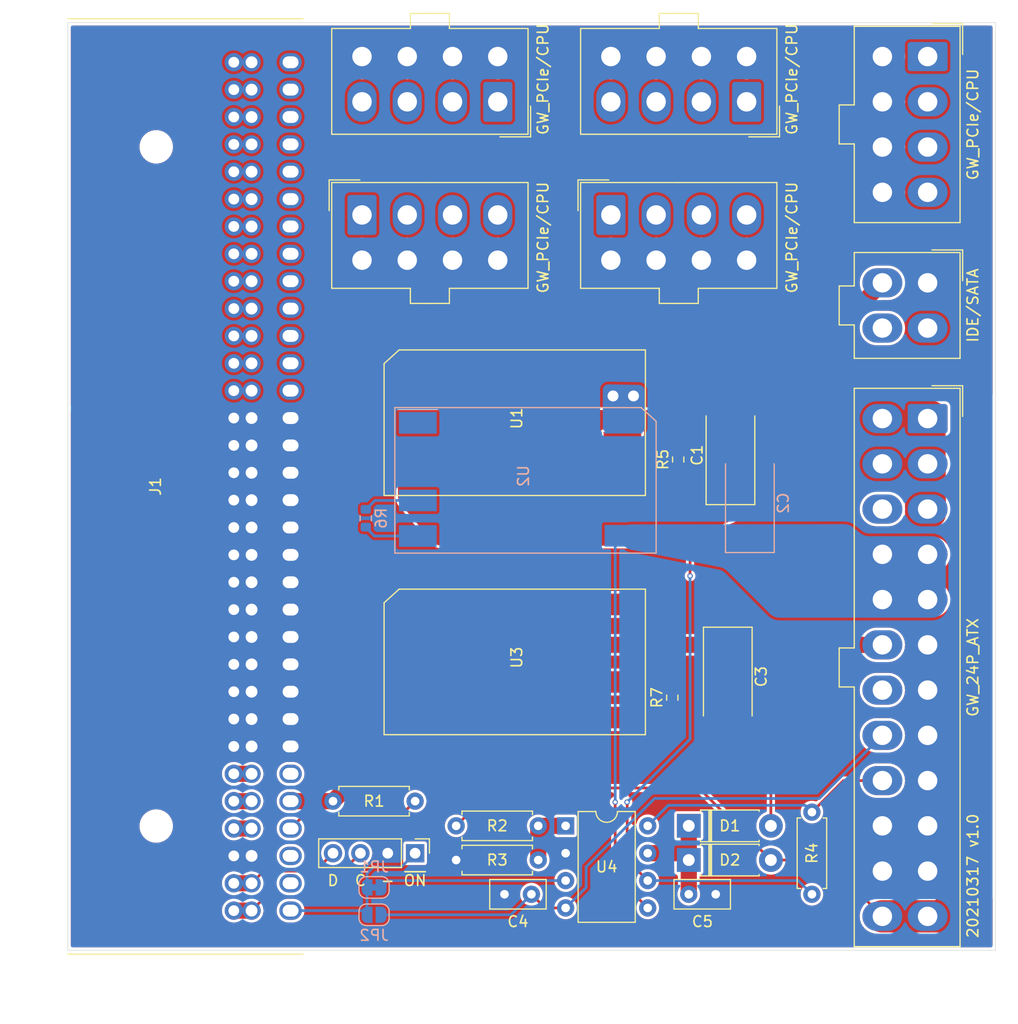
<source format=kicad_pcb>
(kicad_pcb (version 20171130) (host pcbnew "(5.1.9)-1")
  (title_block (title "KCORES CSPS to ATX Converter") (date 2021-03-17) (rev 1.0) (company KCORES) (comment 1 "Author: AlphaArea") (comment 4 "License: KCORES Open Source License"))
  (layers (0 F.Cu signal) (31 B.Cu signal) (34 B.Paste user) (35 F.Paste user) (36 B.SilkS user) (37 F.SilkS user) (38 B.Mask user) (39 F.Mask user) (44 Edge.Cuts user))
  (net 0 "")
  (net 1 GND)
  (net 2 +5V)
  (net 3 +3V3)
  (net 4 /+5VSB)
  (net 5 /~ATX_PSON)
  (net 6 "Net-(C5-Pad1)")
  (net 7 +12V)
  (net 8 /SCL)
  (net 9 /SDA)
  (net 10 "Net-(J1-Pad29)")
  (net 11 "Net-(J1-Pad28)")
  (net 12 "Net-(J1-Pad27)")
  (net 13 "Net-(J1-Pad38)")
  (net 14 /+12VSB)
  (net 15 /~PRESENT)
  (net 16 /CSPS_PSOK)
  (net 17 "Net-(J1-Pad34)")
  (net 18 /~CSPS_PSON)
  (net 19 "Net-(J8-Pad4)")
  (net 20 "Net-(J9-Pad15)")
  (net 21 "Net-(J9-Pad19)")
  (net 22 /ATX_PWOK)
  (net 23 /~FPO)
  (net 24 "Net-(R2-Pad1)")
  (net 25 "Net-(R5-Pad2)")
  (net 26 "Net-(R5-Pad1)")
  (net 27 "Net-(R6-Pad2)")
  (net 28 "Net-(R6-Pad1)")
  (net 29 "Net-(R7-Pad2)")
  (net 30 "Net-(R7-Pad1)")
  (net 31 "Net-(U1-Pad7)")
  (net 32 "Net-(U2-Pad7)")
  (net 33 "Net-(U3-Pad7)")
  (module KCORES_Converter_DCDC:PW22 (layer F.Cu) (at 145.75 149.55 90)
    (fp_text reference U3 (at 13.97 -11.684 90) (layer F.SilkS))
    (fp_text value "PW22 5V")
    (pad 7 smd rect (at 18.9 -1.88 90) (size 2 3.5) (layers F.Cu F.Paste F.Mask) (net 33 "Net-(U3-Pad7)"))
    (pad 5 smd rect (at 11.7 -1.88 90) (size 2 3.5) (layers F.Cu F.Paste F.Mask) (net 29 "Net-(R7-Pad2)"))
    (pad 4 smd rect (at 8.4 -1.88 90) (size 2 3.5) (layers F.Cu F.Paste F.Mask) (net 30 "Net-(R7-Pad1)"))
    (pad 3 smd rect (at 8.42 -20.97 90) (size 2 3.5) (layers F.Cu F.Paste F.Mask) (net 4 /+5VSB))
    (pad 2 smd rect (at 12.92 -20.97 90) (size 2 3.5) (layers F.Cu F.Paste F.Mask) (net 1 GND))
    (pad 1 smd rect (at 18.92 -20.97 90) (size 2 3.5) (layers F.Cu F.Paste F.Mask) (net 14 /+12VSB))
  )
  (module KCORES_Converter_DCDC:PW22 (layer B.Cu) (at 123 132.7 90)
    (fp_text reference U2 (at 13.97 11.684 270) (layer B.SilkS) (effects (justify mirror)))
    (fp_text value "PW22 3.3V")
    (pad 7 smd rect (at 18.9 1.88 90) (size 2 3.5) (layers B.Cu B.Paste B.Mask) (net 32 "Net-(U2-Pad7)"))
    (pad 5 smd rect (at 11.7 1.88 90) (size 2 3.5) (layers B.Cu B.Paste B.Mask) (net 27 "Net-(R6-Pad2)"))
    (pad 4 smd rect (at 8.4 1.88 90) (size 2 3.5) (layers B.Cu B.Paste B.Mask) (net 28 "Net-(R6-Pad1)"))
    (pad 3 smd rect (at 8.42 20.97 90) (size 2 3.5) (layers B.Cu B.Paste B.Mask) (net 3 +3V3))
    (pad 2 smd rect (at 12.92 20.97 90) (size 2 3.5) (layers B.Cu B.Paste B.Mask) (net 1 GND))
    (pad 1 smd rect (at 18.92 20.97 90) (size 2 3.5) (layers B.Cu B.Paste B.Mask) (net 7 +12V))
  )
  (module KCORES_Converter_DCDC:PW22 (layer F.Cu) (at 145.75 127.35 90)
    (fp_text reference U1 (at 13.97 -11.684 90) (layer F.SilkS))
    (fp_text value "PW22 5V")
    (pad 7 smd rect (at 18.9 -1.88 90) (size 2 3.5) (layers F.Cu F.Paste F.Mask) (net 31 "Net-(U1-Pad7)"))
    (pad 5 smd rect (at 11.7 -1.88 90) (size 2 3.5) (layers F.Cu F.Paste F.Mask) (net 25 "Net-(R5-Pad2)"))
    (pad 4 smd rect (at 8.4 -1.88 90) (size 2 3.5) (layers F.Cu F.Paste F.Mask) (net 26 "Net-(R5-Pad1)"))
    (pad 3 smd rect (at 8.42 -20.97 90) (size 2 3.5) (layers F.Cu F.Paste F.Mask) (net 2 +5V))
    (pad 2 smd rect (at 12.92 -20.97 90) (size 2 3.5) (layers F.Cu F.Paste F.Mask) (net 1 GND))
    (pad 1 smd rect (at 18.92 -20.97 90) (size 2 3.5) (layers F.Cu F.Paste F.Mask) (net 7 +12V))
  )
  (module Resistor_SMD:R_0603_1608Metric (layer F.Cu) (at 148.5 139.3 90)
    (fp_text reference R7 (at 0 -1.43 90) (layer F.SilkS))
    (fp_text value R)
    (pad 2 smd roundrect (at 0.825 0 90) (size 0.8 0.95) (layers F.Cu F.Paste F.Mask) (net 29 "Net-(R7-Pad2)"))
    (pad 1 smd roundrect (at -0.825 0 90) (size 0.8 0.95) (layers F.Cu F.Paste F.Mask) (net 30 "Net-(R7-Pad1)"))
  )
  (module Resistor_SMD:R_0603_1608Metric (layer B.Cu) (at 120.05 122.65 90)
    (fp_text reference R6 (at 0 1.43 270) (layer B.SilkS) (effects (justify mirror)))
    (fp_text value R)
    (pad 2 smd roundrect (at 0.825 0 90) (size 0.8 0.95) (layers B.Cu B.Paste B.Mask) (net 27 "Net-(R6-Pad2)"))
    (pad 1 smd roundrect (at -0.825 0 90) (size 0.8 0.95) (layers B.Cu B.Paste B.Mask) (net 28 "Net-(R6-Pad1)"))
  )
  (module Resistor_SMD:R_0603_1608Metric (layer F.Cu) (at 149.05 117.2 90)
    (fp_text reference R5 (at 0 -1.43 90) (layer F.SilkS))
    (fp_text value R)
    (pad 2 smd roundrect (at 0.825 0 90) (size 0.8 0.95) (layers F.Cu F.Paste F.Mask) (net 25 "Net-(R5-Pad2)"))
    (pad 1 smd roundrect (at -0.825 0 90) (size 0.8 0.95) (layers F.Cu F.Paste F.Mask) (net 26 "Net-(R5-Pad1)"))
  )
  (module Capacitor_Tantalum_SMD:CP_EIA-7343-31_Kemet-D_Pad2.25x2.55mm_HandSolder (layer F.Cu) (at 153.65 137.35 270)
    (fp_text reference C3 (at 0 -3.1 90) (layer F.SilkS))
    (fp_text value 100uF)
    (pad 2 smd roundrect (at 3.2 0 270) (size 2.25 2.55) (layers F.Cu F.Paste F.Mask) (roundrect_rratio 0.1111106666666667) (net 1 GND))
    (pad 1 smd roundrect (at -3.2 0 270) (size 2.25 2.55) (layers F.Cu F.Paste F.Mask) (roundrect_rratio 0.1111106666666667) (net 4 /+5VSB))
  )
  (module Capacitor_Tantalum_SMD:CP_EIA-7343-31_Kemet-D_Pad2.25x2.55mm_HandSolder (layer B.Cu) (at 155.7 121.25 90)
    (fp_text reference C2 (at 0 3.1 270) (layer B.SilkS) (effects (justify mirror)))
    (fp_text value 100uF)
    (pad 2 smd roundrect (at 3.2 0 90) (size 2.25 2.55) (layers B.Cu B.Paste B.Mask) (roundrect_rratio 0.1111106666666667) (net 1 GND))
    (pad 1 smd roundrect (at -3.2 0 90) (size 2.25 2.55) (layers B.Cu B.Paste B.Mask) (roundrect_rratio 0.1111106666666667) (net 3 +3V3))
  )
  (module Capacitor_Tantalum_SMD:CP_EIA-7343-31_Kemet-D_Pad2.25x2.55mm_HandSolder (layer F.Cu) (at 153.9 116.8 90)
    (fp_text reference C1 (at 0 -3.1 90) (layer F.SilkS))
    (fp_text value 100uF)
    (pad 2 smd roundrect (at 3.2 0 90) (size 2.25 2.55) (layers F.Cu F.Paste F.Mask) (roundrect_rratio 0.1111106666666667) (net 1 GND))
    (pad 1 smd roundrect (at -3.2 0 90) (size 2.25 2.55) (layers F.Cu F.Paste F.Mask) (roundrect_rratio 0.1111106666666667) (net 2 +5V))
  )
  (module Connector_PinHeader_2.54mm:PinHeader_1x04_P2.54mm_Vertical (layer F.Cu) (at 124.63 153.74 270)
    (fp_text reference J2 hide)
    (fp_text value PMBUS)
    (pad 4 thru_hole oval (at 0 7.62 270) (size 1.7 1.7) (drill 1) (layers *.Cu *.Mask) (net 9 /SDA))
    (pad 3 thru_hole oval (at 0 5.08 270) (size 1.7 1.7) (drill 1) (layers *.Cu *.Mask) (net 8 /SCL))
    (pad 2 thru_hole oval (at 0 2.54 270) (size 1.7 1.7) (drill 1) (layers *.Cu *.Mask) (net 1 GND))
    (pad 1 thru_hole rect (at 0 0 270) (size 1.7 1.7) (drill 1) (layers *.Cu *.Mask) (net 18 /~CSPS_PSON))
  )
  (module KCORES_Connector_CSPS:CSPS_64P_2.54mm (layer F.Cu) (at 92.4 119.7 270)
    (fp_text reference J1 (at 0 -8.128 90) (layer F.SilkS))
    (fp_text value CSPS)
    (pad 64 thru_hole oval (at -39.37 -20.67 270) (size 1.7 2.08) (drill oval 1.1 1.48) (layers *.Cu *.Mask) (net 7 +12V))
    (pad 63 thru_hole oval (at -36.83 -20.67 270) (size 1.7 2.08) (drill oval 1.1 1.48) (layers *.Cu *.Mask) (net 7 +12V))
    (pad 62 thru_hole oval (at -34.29 -20.67 270) (size 1.7 2.08) (drill oval 1.1 1.48) (layers *.Cu *.Mask) (net 7 +12V))
    (pad 61 thru_hole oval (at -31.75 -20.67 270) (size 1.7 2.08) (drill oval 1.1 1.48) (layers *.Cu *.Mask) (net 7 +12V))
    (pad 60 thru_hole oval (at -29.21 -20.67 270) (size 1.7 2.08) (drill oval 1.1 1.48) (layers *.Cu *.Mask) (net 7 +12V))
    (pad 59 thru_hole oval (at -26.67 -20.67 270) (size 1.7 2.08) (drill oval 1.1 1.48) (layers *.Cu *.Mask) (net 7 +12V))
    (pad 58 thru_hole oval (at -24.13 -20.67 270) (size 1.7 2.08) (drill oval 1.1 1.48) (layers *.Cu *.Mask) (net 7 +12V))
    (pad 57 thru_hole oval (at -21.59 -20.67 270) (size 1.7 2.08) (drill oval 1.1 1.48) (layers *.Cu *.Mask) (net 7 +12V))
    (pad 56 thru_hole oval (at -19.05 -20.67 270) (size 1.7 2.08) (drill oval 1.1 1.48) (layers *.Cu *.Mask) (net 7 +12V))
    (pad 55 thru_hole oval (at -16.51 -20.67 270) (size 1.7 2.08) (drill oval 1.1 1.48) (layers *.Cu *.Mask) (net 7 +12V))
    (pad 54 thru_hole oval (at -13.97 -20.67 270) (size 1.7 2.08) (drill oval 1.1 1.48) (layers *.Cu *.Mask) (net 7 +12V))
    (pad 53 thru_hole oval (at -11.43 -20.67 270) (size 1.7 2.08) (drill oval 1.1 1.48) (layers *.Cu *.Mask) (net 7 +12V))
    (pad 52 thru_hole oval (at -8.89 -20.67 270) (size 1.7 2.08) (drill oval 1.1 1.48) (layers *.Cu *.Mask) (net 7 +12V))
    (pad 51 thru_hole oval (at -6.35 -20.67 270) (size 1.7 2.08) (drill oval 1.1 1.48) (layers *.Cu *.Mask) (net 1 GND))
    (pad 50 thru_hole oval (at -3.81 -20.67 270) (size 1.7 2.08) (drill oval 1.1 1.48) (layers *.Cu *.Mask) (net 1 GND))
    (pad 49 thru_hole oval (at -1.27 -20.67 270) (size 1.7 2.08) (drill oval 1.1 1.48) (layers *.Cu *.Mask) (net 1 GND))
    (pad 48 thru_hole oval (at 1.27 -20.67 270) (size 1.7 2.08) (drill oval 1.1 1.48) (layers *.Cu *.Mask) (net 1 GND))
    (pad 47 thru_hole oval (at 3.81 -20.67 270) (size 1.7 2.08) (drill oval 1.1 1.48) (layers *.Cu *.Mask) (net 1 GND))
    (pad 46 thru_hole oval (at 6.35 -20.67 270) (size 1.7 2.08) (drill oval 1.1 1.48) (layers *.Cu *.Mask) (net 1 GND))
    (pad 45 thru_hole oval (at 8.89 -20.67 270) (size 1.7 2.08) (drill oval 1.1 1.48) (layers *.Cu *.Mask) (net 1 GND))
    (pad 44 thru_hole oval (at 11.43 -20.67 270) (size 1.7 2.08) (drill oval 1.1 1.48) (layers *.Cu *.Mask) (net 1 GND))
    (pad 43 thru_hole oval (at 13.97 -20.67 270) (size 1.7 2.08) (drill oval 1.1 1.48) (layers *.Cu *.Mask) (net 1 GND))
    (pad 42 thru_hole oval (at 16.51 -20.67 270) (size 1.7 2.08) (drill oval 1.1 1.48) (layers *.Cu *.Mask) (net 1 GND))
    (pad 41 thru_hole oval (at 19.05 -20.67 270) (size 1.7 2.08) (drill oval 1.1 1.48) (layers *.Cu *.Mask) (net 1 GND))
    (pad 40 thru_hole oval (at 21.59 -20.67 270) (size 1.7 2.08) (drill oval 1.1 1.48) (layers *.Cu *.Mask) (net 1 GND))
    (pad 39 thru_hole oval (at 24.13 -20.67 270) (size 1.7 2.08) (drill oval 1.1 1.48) (layers *.Cu *.Mask) (net 1 GND))
    (pad 38 thru_hole oval (at 26.67 -20.67 270) (size 1.7 2.08) (drill oval 1.1 1.48) (layers *.Cu *.Mask) (net 13 "Net-(J1-Pad38)"))
    (pad 37 thru_hole oval (at 29.21 -20.67 270) (size 1.7 2.08) (drill oval 1.1 1.48) (layers *.Cu *.Mask) (net 14 /+12VSB))
    (pad 36 thru_hole oval (at 31.75 -20.67 270) (size 1.7 2.08) (drill oval 1.1 1.48) (layers *.Cu *.Mask) (net 15 /~PRESENT))
    (pad 35 thru_hole oval (at 34.29 -20.67 270) (size 1.7 2.08) (drill oval 1.1 1.48) (layers *.Cu *.Mask) (net 16 /CSPS_PSOK))
    (pad 34 thru_hole oval (at 36.83 -20.67 270) (size 1.7 2.08) (drill oval 1.1 1.48) (layers *.Cu *.Mask) (net 17 "Net-(J1-Pad34)"))
    (pad 33 thru_hole oval (at 39.37 -20.67 270) (size 1.7 2.08) (drill oval 1.1 1.48) (layers *.Cu *.Mask) (net 18 /~CSPS_PSON))
    (pad 32 thru_hole circle (at 39.37 -15.4 270) (size 1.7 1.7) (drill 1) (layers *.Cu *.Mask) (net 8 /SCL))
    (pad 31 thru_hole circle (at 36.83 -15.4 270) (size 1.7 1.7) (drill 1) (layers *.Cu *.Mask) (net 9 /SDA))
    (pad 30 thru_hole circle (at 34.29 -15.4 270) (size 1.7 1.7) (drill 1) (layers *.Cu *.Mask) (net 1 GND))
    (pad 29 thru_hole circle (at 31.75 -15.4 270) (size 1.7 1.7) (drill 1) (layers *.Cu *.Mask) (net 10 "Net-(J1-Pad29)"))
    (pad 28 thru_hole circle (at 29.21 -15.4 270) (size 1.7 1.7) (drill 1) (layers *.Cu *.Mask) (net 11 "Net-(J1-Pad28)"))
    (pad 27 thru_hole circle (at 26.67 -15.4 270) (size 1.7 1.7) (drill 1) (layers *.Cu *.Mask) (net 12 "Net-(J1-Pad27)"))
    (pad 26 thru_hole circle (at 24.13 -15.4 270) (size 1.7 1.7) (drill 1) (layers *.Cu *.Mask) (net 1 GND))
    (pad 25 thru_hole circle (at 21.59 -15.4 270) (size 1.7 1.7) (drill 1) (layers *.Cu *.Mask) (net 1 GND))
    (pad 24 thru_hole circle (at 19.05 -15.4 270) (size 1.7 1.7) (drill 1) (layers *.Cu *.Mask) (net 1 GND))
    (pad 23 thru_hole circle (at 16.51 -15.4 270) (size 1.7 1.7) (drill 1) (layers *.Cu *.Mask) (net 1 GND))
    (pad 22 thru_hole circle (at 13.97 -15.4 270) (size 1.7 1.7) (drill 1) (layers *.Cu *.Mask) (net 1 GND))
    (pad 21 thru_hole circle (at 11.43 -15.4 270) (size 1.7 1.7) (drill 1) (layers *.Cu *.Mask) (net 1 GND))
    (pad 20 thru_hole circle (at 8.89 -15.4 270) (size 1.7 1.7) (drill 1) (layers *.Cu *.Mask) (net 1 GND))
    (pad 19 thru_hole circle (at 6.35 -15.4 270) (size 1.7 1.7) (drill 1) (layers *.Cu *.Mask) (net 1 GND))
    (pad 18 thru_hole circle (at 3.81 -15.4 270) (size 1.7 1.7) (drill 1) (layers *.Cu *.Mask) (net 1 GND))
    (pad 17 thru_hole circle (at 1.27 -15.4 270) (size 1.7 1.7) (drill 1) (layers *.Cu *.Mask) (net 1 GND))
    (pad 16 thru_hole circle (at -1.27 -15.4 270) (size 1.7 1.7) (drill 1) (layers *.Cu *.Mask) (net 1 GND))
    (pad 15 thru_hole circle (at -3.81 -15.4 270) (size 1.7 1.7) (drill 1) (layers *.Cu *.Mask) (net 1 GND))
    (pad 14 thru_hole circle (at -6.35 -15.4 270) (size 1.7 1.7) (drill 1) (layers *.Cu *.Mask) (net 1 GND))
    (pad 13 thru_hole circle (at -8.89 -15.4 270) (size 1.7 1.7) (drill 1) (layers *.Cu *.Mask) (net 7 +12V))
    (pad 12 thru_hole circle (at -11.43 -15.4 270) (size 1.7 1.7) (drill 1) (layers *.Cu *.Mask) (net 7 +12V))
    (pad 11 thru_hole circle (at -13.97 -15.4 270) (size 1.7 1.7) (drill 1) (layers *.Cu *.Mask) (net 7 +12V))
    (pad 10 thru_hole circle (at -16.51 -15.4 270) (size 1.7 1.7) (drill 1) (layers *.Cu *.Mask) (net 7 +12V))
    (pad 9 thru_hole circle (at -19.05 -15.4 270) (size 1.7 1.7) (drill 1) (layers *.Cu *.Mask) (net 7 +12V))
    (pad 8 thru_hole circle (at -21.59 -15.4 270) (size 1.7 1.7) (drill 1) (layers *.Cu *.Mask) (net 7 +12V))
    (pad 7 thru_hole circle (at -24.13 -15.4 270) (size 1.7 1.7) (drill 1) (layers *.Cu *.Mask) (net 7 +12V))
    (pad 6 thru_hole circle (at -26.67 -15.4 270) (size 1.7 1.7) (drill 1) (layers *.Cu *.Mask) (net 7 +12V))
    (pad 5 thru_hole circle (at -29.21 -15.4 270) (size 1.7 1.7) (drill 1) (layers *.Cu *.Mask) (net 7 +12V))
    (pad 4 thru_hole circle (at -31.75 -15.4 270) (size 1.7 1.7) (drill 1) (layers *.Cu *.Mask) (net 7 +12V))
    (pad 3 thru_hole circle (at -34.29 -15.4 270) (size 1.7 1.7) (drill 1) (layers *.Cu *.Mask) (net 7 +12V))
    (pad 2 thru_hole circle (at -36.83 -15.4 270) (size 1.7 1.7) (drill 1) (layers *.Cu *.Mask) (net 7 +12V))
    (pad 32 thru_hole circle (at 39.37 -17.05 270) (size 1.7 1.7) (drill 1.1) (layers *.Cu *.Mask) (net 8 /SCL))
    (pad 31 thru_hole circle (at 36.83 -17.05 270) (size 1.7 1.7) (drill 1.1) (layers *.Cu *.Mask) (net 9 /SDA))
    (pad 30 thru_hole circle (at 34.29 -17.05 270) (size 1.7 1.7) (drill 1.1) (layers *.Cu *.Mask) (net 1 GND))
    (pad 29 thru_hole circle (at 31.75 -17.05 270) (size 1.7 1.7) (drill 1.1) (layers *.Cu *.Mask) (net 10 "Net-(J1-Pad29)"))
    (pad 28 thru_hole circle (at 29.21 -17.05 270) (size 1.7 1.7) (drill 1.1) (layers *.Cu *.Mask) (net 11 "Net-(J1-Pad28)"))
    (pad 27 thru_hole circle (at 26.67 -17.05 270) (size 1.7 1.7) (drill 1.1) (layers *.Cu *.Mask) (net 12 "Net-(J1-Pad27)"))
    (pad 26 thru_hole circle (at 24.13 -17.05 270) (size 1.7 1.7) (drill 1.1) (layers *.Cu *.Mask) (net 1 GND))
    (pad 25 thru_hole circle (at 21.59 -17.05 270) (size 1.7 1.7) (drill 1.1) (layers *.Cu *.Mask) (net 1 GND))
    (pad 24 thru_hole circle (at 19.05 -17.05 270) (size 1.7 1.7) (drill 1.1) (layers *.Cu *.Mask) (net 1 GND))
    (pad 23 thru_hole circle (at 16.51 -17.05 270) (size 1.7 1.7) (drill 1.1) (layers *.Cu *.Mask) (net 1 GND))
    (pad 22 thru_hole circle (at 13.97 -17.05 270) (size 1.7 1.7) (drill 1.1) (layers *.Cu *.Mask) (net 1 GND))
    (pad 21 thru_hole circle (at 11.43 -17.05 270) (size 1.7 1.7) (drill 1.1) (layers *.Cu *.Mask) (net 1 GND))
    (pad 20 thru_hole circle (at 8.89 -17.05 270) (size 1.7 1.7) (drill 1.1) (layers *.Cu *.Mask) (net 1 GND))
    (pad 19 thru_hole circle (at 6.35 -17.05 270) (size 1.7 1.7) (drill 1.1) (layers *.Cu *.Mask) (net 1 GND))
    (pad 18 thru_hole circle (at 3.81 -17.05 270) (size 1.7 1.7) (drill 1.1) (layers *.Cu *.Mask) (net 1 GND))
    (pad 17 thru_hole circle (at 1.27 -17.05 270) (size 1.7 1.7) (drill 1.1) (layers *.Cu *.Mask) (net 1 GND))
    (pad 16 thru_hole circle (at -1.27 -17.05 270) (size 1.7 1.7) (drill 1.1) (layers *.Cu *.Mask) (net 1 GND))
    (pad 15 thru_hole circle (at -3.81 -17.05 270) (size 1.7 1.7) (drill 1.1) (layers *.Cu *.Mask) (net 1 GND))
    (pad 14 thru_hole circle (at -6.35 -17.05 270) (size 1.7 1.7) (drill 1.1) (layers *.Cu *.Mask) (net 1 GND))
    (pad 13 thru_hole circle (at -8.89 -17.05 270) (size 1.7 1.7) (drill 1.1) (layers *.Cu *.Mask) (net 7 +12V))
    (pad 12 thru_hole circle (at -11.43 -17.05 270) (size 1.7 1.7) (drill 1.1) (layers *.Cu *.Mask) (net 7 +12V))
    (pad 11 thru_hole circle (at -13.97 -17.05 270) (size 1.7 1.7) (drill 1.1) (layers *.Cu *.Mask) (net 7 +12V))
    (pad 10 thru_hole circle (at -16.51 -17.05 270) (size 1.7 1.7) (drill 1.1) (layers *.Cu *.Mask) (net 7 +12V))
    (pad 9 thru_hole circle (at -19.05 -17.05 270) (size 1.7 1.7) (drill 1.1) (layers *.Cu *.Mask) (net 7 +12V))
    (pad 8 thru_hole circle (at -21.59 -17.05 270) (size 1.7 1.7) (drill 1.1) (layers *.Cu *.Mask) (net 7 +12V))
    (pad 7 thru_hole circle (at -24.13 -17.05 270) (size 1.7 1.7) (drill 1.1) (layers *.Cu *.Mask) (net 7 +12V))
    (pad 6 thru_hole circle (at -26.67 -17.05 270) (size 1.7 1.7) (drill 1.1) (layers *.Cu *.Mask) (net 7 +12V))
    (pad 5 thru_hole circle (at -29.21 -17.05 270) (size 1.7 1.7) (drill 1.1) (layers *.Cu *.Mask) (net 7 +12V))
    (pad 4 thru_hole circle (at -31.75 -17.05 270) (size 1.7 1.7) (drill 1.1) (layers *.Cu *.Mask) (net 7 +12V))
    (pad 3 thru_hole circle (at -34.29 -17.05 270) (size 1.7 1.7) (drill 1.1) (layers *.Cu *.Mask) (net 7 +12V))
    (pad 2 thru_hole circle (at -36.83 -17.05 270) (size 1.7 1.7) (drill 1.1) (layers *.Cu *.Mask) (net 7 +12V))
    (pad "" np_thru_hole circle (at 31.52 -8.2 270) (size 2.6 2.6) (drill 2.6) (layers *.Cu *.Mask))
    (pad "" np_thru_hole circle (at -31.52 -8.2 270) (size 2.6 2.6) (drill 2.6) (layers *.Cu *.Mask))
    (pad 1 thru_hole circle (at -39.37 -15.4 270) (size 1.7 1.7) (drill 1) (layers *.Cu *.Mask) (net 7 +12V))
    (pad 1 thru_hole circle (at -39.37 -17.05 270) (size 1.7 1.7) (drill 1.1) (layers *.Cu *.Mask) (net 7 +12V))
  )
  (module KCORES_Connector_ATX_Power:ATX_8Pin_P4.20mm_Vertical_4.20mm (layer F.Cu) (at 172.2 79.8 270)
    (fp_text reference J7 hide)
    (fp_text value GW_PCIe/CPU (at 6.3 -4.2 90) (layer F.SilkS))
    (pad 8 thru_hole oval (at 12.6 4.2 270) (size 2.7 3.7) (drill 1.8) (layers *.Cu *.Mask) (net 1 GND))
    (pad 7 thru_hole oval (at 8.4 4.2 270) (size 2.7 3.7) (drill 1.8) (layers *.Cu *.Mask) (net 1 GND))
    (pad 6 thru_hole oval (at 4.2 4.2 270) (size 2.7 3.7) (drill 1.8) (layers *.Cu *.Mask) (net 1 GND))
    (pad 5 thru_hole oval (at 0 4.2 270) (size 2.7 3.7) (drill 1.8) (layers *.Cu *.Mask) (net 1 GND))
    (pad 4 thru_hole oval (at 12.6 0 270) (size 2.7 3.7) (drill 1.8) (layers *.Cu *.Mask) (net 7 +12V))
    (pad 3 thru_hole oval (at 8.4 0 270) (size 2.7 3.7) (drill 1.8) (layers *.Cu *.Mask) (net 7 +12V))
    (pad 1 thru_hole roundrect (at 0 0 270) (size 2.7 3.7) (drill 1.8) (layers *.Cu *.Mask) (roundrect_rratio 0.093) (net 7 +12V))
    (pad 2 thru_hole oval (at 4.2 0 270) (size 2.7 3.7) (drill 1.8) (layers *.Cu *.Mask) (net 7 +12V))
  )
  (module KCORES_Connector_ATX_Power:ATX_8Pin_P4.20mm_Vertical_4.20mm (layer F.Cu) (at 142.8 94.5)
    (fp_text reference J6 hide)
    (fp_text value GW_PCIe/CPU (at 16.8 2.1 90) (layer F.SilkS))
    (pad 8 thru_hole oval (at 12.6 4.2) (size 2.7 3.7) (drill 1.8) (layers *.Cu *.Mask) (net 1 GND))
    (pad 7 thru_hole oval (at 8.4 4.2) (size 2.7 3.7) (drill 1.8) (layers *.Cu *.Mask) (net 1 GND))
    (pad 6 thru_hole oval (at 4.2 4.2) (size 2.7 3.7) (drill 1.8) (layers *.Cu *.Mask) (net 1 GND))
    (pad 5 thru_hole oval (at 0 4.2) (size 2.7 3.7) (drill 1.8) (layers *.Cu *.Mask) (net 1 GND))
    (pad 4 thru_hole oval (at 12.6 0) (size 2.7 3.7) (drill 1.8) (layers *.Cu *.Mask) (net 7 +12V))
    (pad 3 thru_hole oval (at 8.4 0) (size 2.7 3.7) (drill 1.8) (layers *.Cu *.Mask) (net 7 +12V))
    (pad 1 thru_hole roundrect (at 0 0) (size 2.7 3.7) (drill 1.8) (layers *.Cu *.Mask) (roundrect_rratio 0.093) (net 7 +12V))
    (pad 2 thru_hole oval (at 4.2 0) (size 2.7 3.7) (drill 1.8) (layers *.Cu *.Mask) (net 7 +12V))
  )
  (module KCORES_Connector_ATX_Power:ATX_8Pin_P4.20mm_Vertical_4.20mm (layer F.Cu) (at 155.4 84 180)
    (fp_text reference J5 hide)
    (fp_text value GW_PCIe/CPU (at -4.2 2.1 90) (layer F.SilkS))
    (pad 8 thru_hole oval (at 12.6 4.2 180) (size 2.7 3.7) (drill 1.8) (layers *.Cu *.Mask) (net 1 GND))
    (pad 7 thru_hole oval (at 8.4 4.2 180) (size 2.7 3.7) (drill 1.8) (layers *.Cu *.Mask) (net 1 GND))
    (pad 6 thru_hole oval (at 4.2 4.2 180) (size 2.7 3.7) (drill 1.8) (layers *.Cu *.Mask) (net 1 GND))
    (pad 5 thru_hole oval (at 0 4.2 180) (size 2.7 3.7) (drill 1.8) (layers *.Cu *.Mask) (net 1 GND))
    (pad 4 thru_hole oval (at 12.6 0 180) (size 2.7 3.7) (drill 1.8) (layers *.Cu *.Mask) (net 7 +12V))
    (pad 3 thru_hole oval (at 8.4 0 180) (size 2.7 3.7) (drill 1.8) (layers *.Cu *.Mask) (net 7 +12V))
    (pad 1 thru_hole roundrect (at 0 0 180) (size 2.7 3.7) (drill 1.8) (layers *.Cu *.Mask) (roundrect_rratio 0.093) (net 7 +12V))
    (pad 2 thru_hole oval (at 4.2 0 180) (size 2.7 3.7) (drill 1.8) (layers *.Cu *.Mask) (net 7 +12V))
  )
  (module KCORES_Connector_ATX_Power:ATX_8Pin_P4.20mm_Vertical_4.20mm (layer F.Cu) (at 119.7 94.5)
    (fp_text reference J4 hide)
    (fp_text value GW_PCIe/CPU (at 16.8 2.1 90) (layer F.SilkS))
    (pad 8 thru_hole oval (at 12.6 4.2) (size 2.7 3.7) (drill 1.8) (layers *.Cu *.Mask) (net 1 GND))
    (pad 7 thru_hole oval (at 8.4 4.2) (size 2.7 3.7) (drill 1.8) (layers *.Cu *.Mask) (net 1 GND))
    (pad 6 thru_hole oval (at 4.2 4.2) (size 2.7 3.7) (drill 1.8) (layers *.Cu *.Mask) (net 1 GND))
    (pad 5 thru_hole oval (at 0 4.2) (size 2.7 3.7) (drill 1.8) (layers *.Cu *.Mask) (net 1 GND))
    (pad 4 thru_hole oval (at 12.6 0) (size 2.7 3.7) (drill 1.8) (layers *.Cu *.Mask) (net 7 +12V))
    (pad 3 thru_hole oval (at 8.4 0) (size 2.7 3.7) (drill 1.8) (layers *.Cu *.Mask) (net 7 +12V))
    (pad 1 thru_hole roundrect (at 0 0) (size 2.7 3.7) (drill 1.8) (layers *.Cu *.Mask) (roundrect_rratio 0.093) (net 7 +12V))
    (pad 2 thru_hole oval (at 4.2 0) (size 2.7 3.7) (drill 1.8) (layers *.Cu *.Mask) (net 7 +12V))
  )
  (module KCORES_Connector_ATX_Power:ATX_8Pin_P4.20mm_Vertical_4.20mm (layer F.Cu) (at 132.3 84 180)
    (fp_text reference J3 hide)
    (fp_text value GW_PCIe/CPU (at -4.2 2.1 90) (layer F.SilkS))
    (pad 8 thru_hole oval (at 12.6 4.2 180) (size 2.7 3.7) (drill 1.8) (layers *.Cu *.Mask) (net 1 GND))
    (pad 7 thru_hole oval (at 8.4 4.2 180) (size 2.7 3.7) (drill 1.8) (layers *.Cu *.Mask) (net 1 GND))
    (pad 6 thru_hole oval (at 4.2 4.2 180) (size 2.7 3.7) (drill 1.8) (layers *.Cu *.Mask) (net 1 GND))
    (pad 5 thru_hole oval (at 0 4.2 180) (size 2.7 3.7) (drill 1.8) (layers *.Cu *.Mask) (net 1 GND))
    (pad 4 thru_hole oval (at 12.6 0 180) (size 2.7 3.7) (drill 1.8) (layers *.Cu *.Mask) (net 7 +12V))
    (pad 3 thru_hole oval (at 8.4 0 180) (size 2.7 3.7) (drill 1.8) (layers *.Cu *.Mask) (net 7 +12V))
    (pad 1 thru_hole roundrect (at 0 0 180) (size 2.7 3.7) (drill 1.8) (layers *.Cu *.Mask) (roundrect_rratio 0.093) (net 7 +12V))
    (pad 2 thru_hole oval (at 4.2 0 180) (size 2.7 3.7) (drill 1.8) (layers *.Cu *.Mask) (net 7 +12V))
  )
  (module KCORES_Connector_ATX_Power:ATX_24Pin_P4.20mm_Vertical_4.20mm (layer F.Cu) (at 172.2 113.4 270)
    (fp_text reference J9 hide)
    (fp_text value GW_24P_ATX (at 23.1 -4.2 90) (layer F.SilkS))
    (pad 24 thru_hole oval (at 46.2 4.2 270) (size 2.7 3.7) (drill 1.8) (layers *.Cu *.Mask) (net 7 +12V))
    (pad 23 thru_hole oval (at 42 4.2 270) (size 2.7 3.7) (drill 1.8) (layers *.Cu *.Mask) (net 1 GND))
    (pad 22 thru_hole oval (at 37.8 4.2 270) (size 2.7 3.7) (drill 1.8) (layers *.Cu *.Mask) (net 1 GND))
    (pad 21 thru_hole oval (at 33.6 4.2 270) (size 2.7 3.7) (drill 1.8) (layers *.Cu *.Mask) (net 22 /ATX_PWOK))
    (pad 20 thru_hole oval (at 29.4 4.2 270) (size 2.7 3.7) (drill 1.8) (layers *.Cu *.Mask) (net 5 /~ATX_PSON))
    (pad 19 thru_hole oval (at 25.2 4.2 270) (size 2.7 3.7) (drill 1.8) (layers *.Cu *.Mask) (net 21 "Net-(J9-Pad19)"))
    (pad 18 thru_hole oval (at 21 4.2 270) (size 2.7 3.7) (drill 1.8) (layers *.Cu *.Mask) (net 4 /+5VSB))
    (pad 17 thru_hole oval (at 16.8 4.2 270) (size 2.7 3.7) (drill 1.8) (layers *.Cu *.Mask) (net 3 +3V3))
    (pad 16 thru_hole oval (at 12.6 4.2 270) (size 2.7 3.7) (drill 1.8) (layers *.Cu *.Mask) (net 3 +3V3))
    (pad 15 thru_hole oval (at 8.4 4.2 270) (size 2.7 3.7) (drill 1.8) (layers *.Cu *.Mask) (net 20 "Net-(J9-Pad15)"))
    (pad 14 thru_hole oval (at 4.2 4.2 270) (size 2.7 3.7) (drill 1.8) (layers *.Cu *.Mask) (net 2 +5V))
    (pad 13 thru_hole oval (at 0 4.2 270) (size 2.7 3.7) (drill 1.8) (layers *.Cu *.Mask) (net 2 +5V))
    (pad 12 thru_hole oval (at 46.2 0 270) (size 2.7 3.7) (drill 1.8) (layers *.Cu *.Mask) (net 7 +12V))
    (pad 11 thru_hole oval (at 42 0 270) (size 2.7 3.7) (drill 1.8) (layers *.Cu *.Mask) (net 1 GND))
    (pad 10 thru_hole oval (at 37.8 0 270) (size 2.7 3.7) (drill 1.8) (layers *.Cu *.Mask) (net 1 GND))
    (pad 9 thru_hole oval (at 33.6 0 270) (size 2.7 3.7) (drill 1.8) (layers *.Cu *.Mask) (net 1 GND))
    (pad 8 thru_hole oval (at 29.4 0 270) (size 2.7 3.7) (drill 1.8) (layers *.Cu *.Mask) (net 1 GND))
    (pad 7 thru_hole oval (at 25.2 0 270) (size 2.7 3.7) (drill 1.8) (layers *.Cu *.Mask) (net 1 GND))
    (pad 6 thru_hole oval (at 21 0 270) (size 2.7 3.7) (drill 1.8) (layers *.Cu *.Mask) (net 1 GND))
    (pad 5 thru_hole oval (at 16.8 0 270) (size 2.7 3.7) (drill 1.8) (layers *.Cu *.Mask) (net 3 +3V3))
    (pad 4 thru_hole oval (at 12.6 0 270) (size 2.7 3.7) (drill 1.8) (layers *.Cu *.Mask) (net 3 +3V3))
    (pad 3 thru_hole oval (at 8.4 0 270) (size 2.7 3.7) (drill 1.8) (layers *.Cu *.Mask) (net 2 +5V))
    (pad 1 thru_hole roundrect (at 0 0 270) (size 2.7 3.7) (drill 1.8) (layers *.Cu *.Mask) (roundrect_rratio 0.093) (net 2 +5V))
    (pad 2 thru_hole oval (at 4.2 0 270) (size 2.7 3.7) (drill 1.8) (layers *.Cu *.Mask) (net 2 +5V))
  )
  (module KCORES_Connector_ATX_Power:ATX_4Pin_P4.20mm_Vertical_4.20mm (layer F.Cu) (at 172.2 100.8 270)
    (fp_text reference J8 hide)
    (fp_text value IDE/SATA (at 2.1 -4.2 90) (layer F.SilkS))
    (pad 1 thru_hole roundrect (at 0 0 270) (size 2.7 3.7) (drill 1.8) (layers *.Cu *.Mask) (roundrect_rratio 0.093) (net 1 GND))
    (pad 2 thru_hole oval (at 4.2 0 270) (size 2.7 3.7) (drill 1.8) (layers *.Cu *.Mask) (net 7 +12V))
    (pad 3 thru_hole oval (at 0 4.2 270) (size 2.7 3.7) (drill 1.8) (layers *.Cu *.Mask) (net 2 +5V))
    (pad 4 thru_hole oval (at 4.2 4.2 270) (size 2.7 3.7) (drill 1.8) (layers *.Cu *.Mask) (net 19 "Net-(J8-Pad4)"))
  )
  (module Resistor_THT:R_Axial_DIN0207_L6.3mm_D2.5mm_P7.62mm_Horizontal (layer F.Cu) (at 161.46 149.93 270)
    (fp_text reference R4 (at 3.81 0 90) (layer F.SilkS))
    (fp_text value 3.3K)
    (pad 2 thru_hole oval (at 7.62 0 270) (size 1.6 1.6) (drill 0.8) (layers *.Cu *.Mask) (net 2 +5V))
    (pad 1 thru_hole circle (at 0 0 270) (size 1.6 1.6) (drill 0.8) (layers *.Cu *.Mask) (net 22 /ATX_PWOK))
  )
  (module Package_DIP:DIP-8_W7.62mm (layer F.Cu) (at 138.6 151.2)
    (fp_text reference U4 (at 3.81 3.81) (layer F.SilkS))
    (fp_text value TPS3511)
    (pad 8 thru_hole oval (at 7.62 0) (size 1.6 1.6) (drill 0.8) (layers *.Cu *.Mask) (net 22 /ATX_PWOK))
    (pad 4 thru_hole oval (at 0 7.62) (size 1.6 1.6) (drill 0.8) (layers *.Cu *.Mask) (net 5 /~ATX_PSON))
    (pad 7 thru_hole oval (at 7.62 2.54) (size 1.6 1.6) (drill 0.8) (layers *.Cu *.Mask) (net 6 "Net-(C5-Pad1)"))
    (pad 3 thru_hole oval (at 0 5.08) (size 1.6 1.6) (drill 0.8) (layers *.Cu *.Mask) (net 23 /~FPO))
    (pad 6 thru_hole oval (at 7.62 5.08) (size 1.6 1.6) (drill 0.8) (layers *.Cu *.Mask) (net 2 +5V))
    (pad 2 thru_hole oval (at 0 2.54) (size 1.6 1.6) (drill 0.8) (layers *.Cu *.Mask) (net 1 GND))
    (pad 5 thru_hole oval (at 7.62 7.62) (size 1.6 1.6) (drill 0.8) (layers *.Cu *.Mask) (net 3 +3V3))
    (pad 1 thru_hole rect (at 0 0) (size 1.6 1.6) (drill 0.8) (layers *.Cu *.Mask) (net 24 "Net-(R2-Pad1)"))
  )
  (module Resistor_THT:R_Axial_DIN0207_L6.3mm_D2.5mm_P7.62mm_Horizontal (layer F.Cu) (at 128.44 154.375)
    (fp_text reference R3 (at 3.81 0) (layer F.SilkS))
    (fp_text value 3.3K)
    (pad 2 thru_hole oval (at 7.62 0) (size 1.6 1.6) (drill 0.8) (layers *.Cu *.Mask) (net 24 "Net-(R2-Pad1)"))
    (pad 1 thru_hole circle (at 0 0) (size 1.6 1.6) (drill 0.8) (layers *.Cu *.Mask) (net 1 GND))
  )
  (module Resistor_THT:R_Axial_DIN0207_L6.3mm_D2.5mm_P7.62mm_Horizontal (layer F.Cu) (at 136.06 151.2 180)
    (fp_text reference R2 (at 3.81 0) (layer F.SilkS))
    (fp_text value 22K)
    (pad 2 thru_hole oval (at 7.62 0 180) (size 1.6 1.6) (drill 0.8) (layers *.Cu *.Mask) (net 7 +12V))
    (pad 1 thru_hole circle (at 0 0 180) (size 1.6 1.6) (drill 0.8) (layers *.Cu *.Mask) (net 24 "Net-(R2-Pad1)"))
  )
  (module Resistor_THT:R_Axial_DIN0207_L6.3mm_D2.5mm_P7.62mm_Horizontal (layer F.Cu) (at 124.63 148.91 180)
    (fp_text reference R1 (at 3.81 0) (layer F.SilkS))
    (fp_text value 22K)
    (pad 2 thru_hole oval (at 7.62 0 180) (size 1.6 1.6) (drill 0.8) (layers *.Cu *.Mask) (net 14 /+12VSB))
    (pad 1 thru_hole circle (at 0 0 180) (size 1.6 1.6) (drill 0.8) (layers *.Cu *.Mask) (net 15 /~PRESENT))
  )
  (module Jumper:SolderJumper-2_P1.3mm_Open_RoundedPad1.0x1.5mm (layer B.Cu) (at 120.82 159.455)
    (fp_text reference JP2 (at 0 1.905) (layer B.SilkS) (effects (justify mirror)))
    (fp_text value ATX_PSON-CSPS_PSON hide)
    (pad 2 smd custom (at 0.65 0) (size 1 0.5) (layers B.Cu B.Mask) (net 5 /~ATX_PSON) (options (clearance outline) (anchor rect)) (primitives (gr_circle (center 0 -0.25) (end 0.5 -0.25) (width 0)) (gr_circle (center 0 0.25) (end 0.5 0.25) (width 0)) (gr_poly (pts (xy 0 0.75) (xy -0.5 0.75) (xy -0.5 -0.75) (xy 0 -0.75)) (width 0))))
    (pad 1 smd custom (at -0.65 0) (size 1 0.5) (layers B.Cu B.Mask) (net 18 /~CSPS_PSON) (options (clearance outline) (anchor rect)) (primitives (gr_circle (center 0 -0.25) (end 0.5 -0.25) (width 0)) (gr_circle (center 0 0.25) (end 0.5 0.25) (width 0)) (gr_poly (pts (xy 0 0.75) (xy 0.5 0.75) (xy 0.5 -0.75) (xy 0 -0.75)) (width 0))))
  )
  (module Jumper:SolderJumper-2_P1.3mm_Bridged_RoundedPad1.0x1.5mm (layer B.Cu) (at 120.82 156.915)
    (fp_text reference JP1 (at 0 -1.905) (layer B.SilkS) (effects (justify mirror)))
    (fp_text value FPO-CSPS_PSON hide)
    (fp_poly (pts (xy 0.25 0.3) (xy -0.25 0.3) (xy -0.25 -0.3) (xy 0.25 -0.3)) (layer B.Cu) (width 0))
    (pad 1 smd custom (at -0.65 0) (size 1 0.5) (layers B.Cu B.Mask) (net 18 /~CSPS_PSON) (options (clearance outline) (anchor rect)) (primitives (gr_circle (center 0 -0.25) (end 0.5 -0.25) (width 0)) (gr_circle (center 0 0.25) (end 0.5 0.25) (width 0)) (gr_poly (pts (xy 0 0.75) (xy 0.5 0.75) (xy 0.5 -0.75) (xy 0 -0.75)) (width 0))))
    (pad 2 smd custom (at 0.65 0) (size 1 0.5) (layers B.Cu B.Mask) (net 23 /~FPO) (options (clearance outline) (anchor rect)) (primitives (gr_circle (center 0 -0.25) (end 0.5 -0.25) (width 0)) (gr_circle (center 0 0.25) (end 0.5 0.25) (width 0)) (gr_poly (pts (xy 0 0.75) (xy -0.5 0.75) (xy -0.5 -0.75) (xy 0 -0.75)) (width 0))))
  )
  (module Diode_THT:D_DO-41_SOD81_P7.62mm_Horizontal (layer F.Cu) (at 150.03 154.375)
    (fp_text reference D2 (at 3.81 0) (layer F.SilkS))
    (fp_text value 1N4001)
    (pad 2 thru_hole oval (at 7.62 0) (size 2.2 2.2) (drill 1.1) (layers *.Cu *.Mask) (net 7 +12V))
    (pad 1 thru_hole rect (at 0 0) (size 2.2 2.2) (drill 1.1) (layers *.Cu *.Mask) (net 6 "Net-(C5-Pad1)"))
  )
  (module Diode_THT:D_DO-41_SOD81_P7.62mm_Horizontal (layer F.Cu) (at 150.03 151.2)
    (fp_text reference D1 (at 3.81 0) (layer F.SilkS))
    (fp_text value 1N4001)
    (pad 2 thru_hole oval (at 7.62 0) (size 2.2 2.2) (drill 1.1) (layers *.Cu *.Mask) (net 4 /+5VSB))
    (pad 1 thru_hole rect (at 0 0) (size 2.2 2.2) (drill 1.1) (layers *.Cu *.Mask) (net 6 "Net-(C5-Pad1)"))
  )
  (module Capacitor_THT:C_Disc_D5.0mm_W2.5mm_P2.50mm (layer F.Cu) (at 150.03 157.55)
    (fp_text reference C5 (at 1.27 2.54) (layer F.SilkS))
    (fp_text value 100nF)
    (pad 2 thru_hole circle (at 2.5 0) (size 1.6 1.6) (drill 0.8) (layers *.Cu *.Mask) (net 1 GND))
    (pad 1 thru_hole circle (at 0 0) (size 1.6 1.6) (drill 0.8) (layers *.Cu *.Mask) (net 6 "Net-(C5-Pad1)"))
  )
  (module Capacitor_THT:C_Disc_D5.0mm_W2.5mm_P2.50mm (layer F.Cu) (at 132.925 157.55)
    (fp_text reference C4 (at 1.25 2.54) (layer F.SilkS))
    (fp_text value 100nF)
    (pad 2 thru_hole circle (at 2.5 0) (size 1.6 1.6) (drill 0.8) (layers *.Cu *.Mask) (net 5 /~ATX_PSON))
    (pad 1 thru_hole circle (at 0 0) (size 1.6 1.6) (drill 0.8) (layers *.Cu *.Mask) (net 1 GND))
  )
  (gr_text ~ON (at 124.63 156.28) (layer F.SilkS) (effects (font (size 1 1))))
  (gr_text - (at 122.09 156.28) (layer F.SilkS) (effects (font (size 1 1))))
  (gr_text C (at 119.55 156.28) (layer F.SilkS) (effects (font (size 1 1))))
  (gr_text "20210317 v1.0" (at 176.4 161.7 90) (layer F.SilkS) (effects (font (size 1 1)) (justify left)))
  (gr_text D (at 117.01 156.28) (layer F.SilkS) (effects (font (size 1 1))))
  (gr_line (start 92.4 162.75) (end 92.4 76.65) (layer Edge.Cuts) (width 0.05))
  (gr_line (start 178.5 76.65) (end 92.4 76.65) (layer Edge.Cuts) (width 0.05))
  (gr_line (start 178.5 162.75) (end 178.5 76.65) (layer Edge.Cuts) (width 0.05))
  (gr_line (start 178.5 162.75) (end 92.4 162.75) (layer Edge.Cuts) (width 0.05))
  (segment (start 107.8 153.99) (end 109.45 153.99) (width 1.5) (layer F.Cu) (net 1))
  (segment (start 160.19 156.28) (end 161.46 157.55) (width 0.254) (layer B.Cu) (net 2))
  (segment (start 146.22 156.28) (end 160.19 156.28) (width 0.254) (layer B.Cu) (net 2))
  (segment (start 146.22 156.28) (end 144.315 154.375) (width 0.254) (layer F.Cu) (net 2))
  (segment (start 168 100.8) (end 161.4 107.4) (width 1.5) (layer F.Cu) (net 2))
  (segment (start 161.4 107.4) (end 161.4 112.75) (width 1.5) (layer F.Cu) (net 2))
  (via (at 144.3 149) (size 0.5) (drill 0.3) (layers F.Cu B.Cu) (net 2))
  (segment (start 144.315 149.015) (end 144.3 149) (width 0.254) (layer F.Cu) (net 2))
  (segment (start 144.315 154.375) (end 144.315 149.015) (width 0.254) (layer F.Cu) (net 2))
  (segment (start 144.3 149) (end 150.15 143.15) (width 0.254) (layer B.Cu) (net 2))
  (via (at 150.15 128) (size 0.5) (drill 0.3) (layers F.Cu B.Cu) (net 2))
  (segment (start 150.15 143.15) (end 150.15 128) (width 0.254) (layer B.Cu) (net 2))
  (segment (start 150.15 128) (end 150.15 126.3) (width 0.254) (layer F.Cu) (net 2))
  (segment (start 150.15 126.3) (end 148.4 124.55) (width 0.254) (layer F.Cu) (net 2))
  (segment (start 146.22 158.82) (end 143.2 155.8) (width 0.254) (layer F.Cu) (net 3))
  (via (at 143.2 149) (size 0.5) (drill 0.3) (layers F.Cu B.Cu) (net 3))
  (segment (start 143.2 155.8) (end 143.2 149) (width 0.254) (layer F.Cu) (net 3))
  (segment (start 143.2 125.05) (end 143.97 124.28) (width 0.254) (layer B.Cu) (net 3))
  (segment (start 143.2 149) (end 143.2 125.05) (width 0.254) (layer B.Cu) (net 3))
  (segment (start 131.51 134.4) (end 124.78 141.13) (width 1.5) (layer F.Cu) (net 4))
  (segment (start 155.675 134.4) (end 131.51 134.4) (width 1.5) (layer F.Cu) (net 4))
  (segment (start 157.65 134.5) (end 157.75 134.4) (width 0.254) (layer F.Cu) (net 4))
  (segment (start 157.65 151.2) (end 157.65 134.5) (width 0.254) (layer F.Cu) (net 4))
  (segment (start 157.75 134.4) (end 168 134.4) (width 1.5) (layer F.Cu) (net 4))
  (segment (start 155.675 134.4) (end 157.75 134.4) (width 1.5) (layer F.Cu) (net 4))
  (segment (start 133.52 159.455) (end 135.425 157.55) (width 0.254) (layer B.Cu) (net 5))
  (segment (start 121.47 159.455) (end 133.52 159.455) (width 0.254) (layer B.Cu) (net 5))
  (segment (start 136.695 158.82) (end 135.425 157.55) (width 0.254) (layer F.Cu) (net 5))
  (segment (start 138.6 158.82) (end 136.695 158.82) (width 0.254) (layer F.Cu) (net 5))
  (segment (start 162.14 148.66) (end 168 142.8) (width 0.254) (layer B.Cu) (net 5))
  (segment (start 146.855 148.66) (end 162.14 148.66) (width 0.254) (layer B.Cu) (net 5))
  (segment (start 140.505 155.01) (end 146.855 148.66) (width 0.254) (layer B.Cu) (net 5))
  (segment (start 138.6 158.82) (end 140.505 156.915) (width 0.254) (layer B.Cu) (net 5))
  (segment (start 140.505 156.915) (end 140.505 155.01) (width 0.254) (layer B.Cu) (net 5))
  (segment (start 150.03 151.2) (end 150.03 154.375) (width 1.5) (layer F.Cu) (net 6))
  (segment (start 150.03 154.375) (end 150.03 157.55) (width 1.5) (layer F.Cu) (net 6))
  (segment (start 149.395 153.74) (end 150.03 154.375) (width 1.5) (layer F.Cu) (net 6))
  (segment (start 146.22 153.74) (end 149.395 153.74) (width 1.5) (layer F.Cu) (net 6))
  (via (at 144.9 111.3) (size 1.778) (drill 1.016) (layers F.Cu B.Cu) (net 7))
  (via (at 143 111.3) (size 1.778) (drill 1.016) (layers F.Cu B.Cu) (net 7))
  (segment (start 168 159.6) (end 172.2 159.6) (width 3) (layer F.Cu) (net 7))
  (segment (start 176.4 109.2) (end 172.2 105) (width 3) (layer F.Cu) (net 7))
  (segment (start 176.4 156.723024) (end 176.4 109.2) (width 3) (layer F.Cu) (net 7))
  (segment (start 172.2 159.6) (end 173.523024 159.6) (width 3) (layer F.Cu) (net 7))
  (segment (start 173.523024 159.6) (end 176.4 156.723024) (width 3) (layer F.Cu) (net 7))
  (segment (start 162.775 154.375) (end 168 159.6) (width 0.254) (layer F.Cu) (net 7))
  (segment (start 157.65 154.375) (end 162.775 154.375) (width 0.254) (layer F.Cu) (net 7))
  (segment (start 128.44 151.2) (end 131.95 147.69) (width 0.254) (layer F.Cu) (net 7))
  (segment (start 150.965 147.69) (end 157.65 154.375) (width 0.254) (layer F.Cu) (net 7))
  (segment (start 131.95 147.69) (end 150.965 147.69) (width 0.254) (layer F.Cu) (net 7))
  (segment (start 107.8 159.07) (end 109.45 159.07) (width 1.5) (layer F.Cu) (net 8))
  (segment (start 115.44 157.85) (end 119.55 153.74) (width 0.254) (layer F.Cu) (net 8))
  (segment (start 109.45 159.07) (end 110.67 157.85) (width 0.254) (layer F.Cu) (net 8))
  (segment (start 110.67 157.85) (end 115.44 157.85) (width 0.254) (layer F.Cu) (net 8))
  (segment (start 107.8 156.53) (end 109.45 156.53) (width 1.5) (layer F.Cu) (net 9))
  (segment (start 115.35 155.4) (end 117.01 153.74) (width 0.254) (layer F.Cu) (net 9))
  (segment (start 109.45 156.53) (end 110.58 155.4) (width 0.254) (layer F.Cu) (net 9))
  (segment (start 110.58 155.4) (end 115.35 155.4) (width 0.254) (layer F.Cu) (net 9))
  (segment (start 107.8 151.45) (end 109.45 151.45) (width 1.5) (layer F.Cu) (net 10))
  (segment (start 107.8 148.91) (end 109.45 148.91) (width 1.5) (layer F.Cu) (net 11))
  (segment (start 107.8 146.37) (end 109.45 146.37) (width 1.5) (layer F.Cu) (net 12))
  (segment (start 113.07 148.91) (end 117.01 148.91) (width 1.5) (layer F.Cu) (net 14))
  (segment (start 117.01 148.91) (end 118.65 147.27) (width 1.5) (layer F.Cu) (net 14))
  (segment (start 118.65 136.76) (end 124.78 130.63) (width 1.5) (layer F.Cu) (net 14))
  (segment (start 118.65 147.27) (end 118.65 136.76) (width 1.5) (layer F.Cu) (net 14))
  (segment (start 122.975 150.565) (end 124.63 148.91) (width 0.254) (layer F.Cu) (net 15))
  (segment (start 113.07 151.45) (end 113.955 150.565) (width 0.254) (layer F.Cu) (net 15))
  (segment (start 113.955 150.565) (end 122.975 150.565) (width 0.254) (layer F.Cu) (net 15))
  (segment (start 120.17 156.915) (end 120.17 159.455) (width 0.254) (layer B.Cu) (net 18))
  (segment (start 119.785 159.07) (end 120.17 159.455) (width 0.254) (layer B.Cu) (net 18))
  (segment (start 113.07 159.07) (end 119.785 159.07) (width 0.254) (layer B.Cu) (net 18))
  (segment (start 120.756204 155.01) (end 123.36 155.01) (width 0.254) (layer B.Cu) (net 18))
  (segment (start 120.17 156.915) (end 120.17 155.596204) (width 0.254) (layer B.Cu) (net 18))
  (segment (start 123.36 155.01) (end 124.63 153.74) (width 0.254) (layer B.Cu) (net 18))
  (segment (start 120.17 155.596204) (end 120.756204 155.01) (width 0.254) (layer B.Cu) (net 18))
  (segment (start 164.39 147) (end 161.46 149.93) (width 0.254) (layer F.Cu) (net 22))
  (segment (start 168 147) (end 164.39 147) (width 0.254) (layer F.Cu) (net 22))
  (segment (start 146.22 151.2) (end 148.125 149.295) (width 0.254) (layer B.Cu) (net 22))
  (segment (start 160.825 149.295) (end 161.46 149.93) (width 0.254) (layer B.Cu) (net 22))
  (segment (start 148.125 149.295) (end 160.825 149.295) (width 0.254) (layer B.Cu) (net 22))
  (segment (start 122.105 156.28) (end 121.47 156.915) (width 0.254) (layer B.Cu) (net 23))
  (segment (start 138.6 156.28) (end 122.105 156.28) (width 0.254) (layer B.Cu) (net 23))
  (segment (start 138.6 151.2) (end 136.06 151.2) (width 1.5) (layer F.Cu) (net 24))
  (segment (start 136.06 151.2) (end 136.06 154.375) (width 1.5) (layer F.Cu) (net 24))
  (segment (start 148.325 115.65) (end 149.05 116.375) (width 0.254) (layer F.Cu) (net 25))
  (segment (start 143.87 115.65) (end 148.325 115.65) (width 0.254) (layer F.Cu) (net 25))
  (segment (start 148.125 118.95) (end 149.05 118.025) (width 0.254) (layer F.Cu) (net 26))
  (segment (start 143.87 118.95) (end 148.125 118.95) (width 0.254) (layer F.Cu) (net 26))
  (segment (start 124.88 121) (end 120.9 121) (width 0.254) (layer B.Cu) (net 27))
  (segment (start 120.9 121) (end 120.05 121.85) (width 0.254) (layer B.Cu) (net 27))
  (segment (start 124.88 124.3) (end 120.85 124.3) (width 0.254) (layer B.Cu) (net 28))
  (segment (start 120.85 124.3) (end 120.05 123.5) (width 0.254) (layer B.Cu) (net 28))
  (segment (start 148.05299 138.325) (end 148.55 138.325) (width 0.254) (layer F.Cu) (net 29))
  (segment (start 147.875 137.85) (end 148.5 138.475) (width 0.254) (layer F.Cu) (net 29))
  (segment (start 143.87 137.85) (end 147.875 137.85) (width 0.254) (layer F.Cu) (net 29))
  (segment (start 147.475 141.15) (end 148.5 140.125) (width 0.254) (layer F.Cu) (net 30))
  (segment (start 143.87 141.15) (end 147.475 141.15) (width 0.254) (layer F.Cu) (net 30))
  (zone (net 1) (net_name GND) (layer B.Cu) (connect_pads yes (clearance 0.254)) (min_thickness 0.254) (fill yes (arc_segments 32) (thermal_gap 1.27) (thermal_bridge_width 1.27) (smoothing fillet) (radius 1.27))
    (polygon (pts (xy 180.6 163.8) (xy 86.1 163.8) (xy 86.1 74.55) (xy 180.6 74.55)))
  )
  (zone (net 3) (net_name +3V3) (layer B.Cu) (priority 2) (connect_pads yes (clearance 0.254)) (min_thickness 0.254) (fill yes (arc_segments 32) (thermal_gap 0.508) (thermal_bridge_width 0.508) (smoothing fillet) (radius 1.27))
    (polygon (pts (xy 166.32 124.32) (xy 173.88 124.32) (xy 173.88 131.88) (xy 157.92 131.88) (xy 153.3 127.26) (xy 143.675 125.375) (xy 143.625 123.225) (xy 164.9 123.2)))
  )
  (zone (net 1) (net_name GND) (layer F.Cu) (connect_pads yes (clearance 0.254)) (min_thickness 0.508) (fill yes (arc_segments 32) (thermal_gap 2.54) (thermal_bridge_width 2.54) (smoothing fillet) (radius 1.27))
    (polygon (pts (xy 180.6 164.85) (xy 86.1 164.85) (xy 86.1 74.55) (xy 180.6 74.55)))
  )
  (zone (net 7) (net_name +12V) (layer F.Cu) (priority 1) (connect_pads yes (clearance 0.254)) (min_thickness 0.508) (fill yes (arc_segments 32) (thermal_gap 2.54) (thermal_bridge_width 2.54) (smoothing fillet) (radius 1.27))
    (polygon (pts (xy 180.6 74.55) (xy 180.6 111.3) (xy 156.45 111.3) (xy 154.35 109.2) (xy 150.15 109.2) (xy 147 112.35) (xy 86.1 112.35) (xy 86.1 74.55)))
  )
  (zone (net 2) (net_name +5V) (layer F.Cu) (priority 2) (connect_pads yes (clearance 0.254)) (min_thickness 0.254) (fill yes (arc_segments 32) (thermal_gap 0.508) (thermal_bridge_width 0.508) (smoothing fillet) (radius 1.27))
    (polygon (pts (xy 173.850211 111.749817) (xy 173.9 123.5) (xy 170.1 123.55) (xy 170.1 119.8) (xy 160.85 119.8) (xy 148.75 125.2) (xy 126.55 125.2) (xy 123.05 121.05) (xy 123.025 117.975) (xy 126.3625 117.9625) (xy 128.5375 122.8375) (xy 148.25 122.75) (xy 160.3 111.7)))
    (polygon (pts (xy 173.9 111.75) (xy 173.850211 111.749817) (xy 173.85 111.7)))
  )
  (zone (net 7) (net_name +12V) (layer B.Cu) (priority 2) (connect_pads yes (clearance 0.254)) (min_thickness 0.254) (fill yes (arc_segments 32) (thermal_gap 0.508) (thermal_bridge_width 0.508) (smoothing fillet) (radius 0.508))
    (polygon (pts (xy 145.941674 114.7875) (xy 142.058327 114.7125) (xy 142.05 110.2125) (xy 145.933347 110.2875)))
  )
)
</source>
